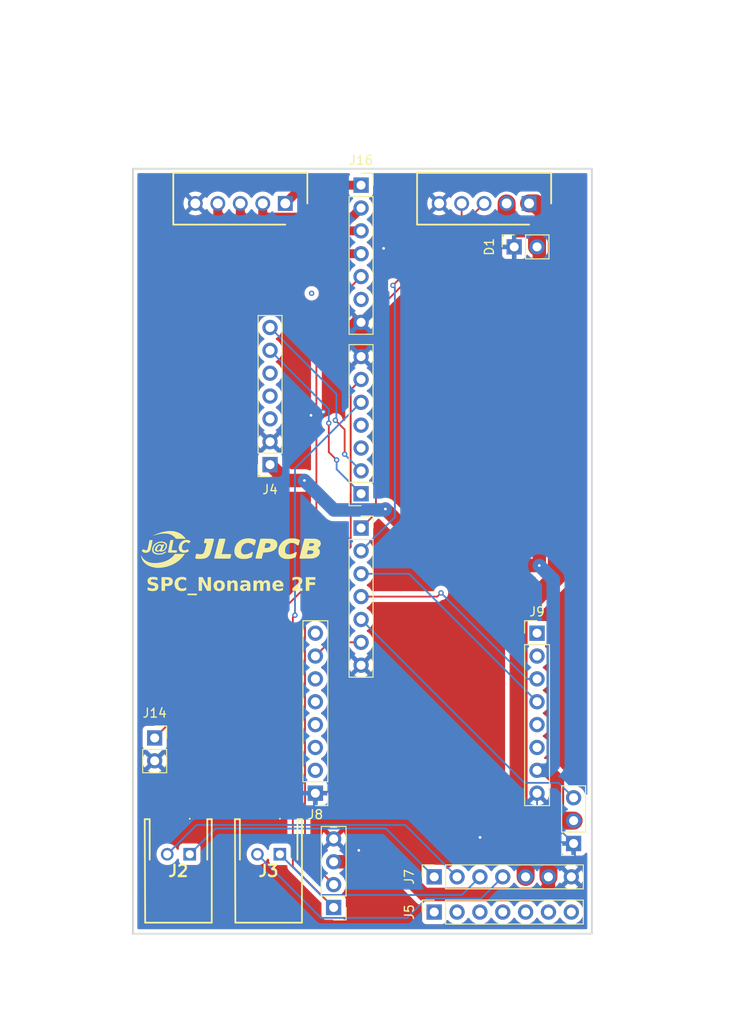
<source format=kicad_pcb>
(kicad_pcb (version 20241229) (generator "pcbnew") (generator_version "9.0")
  (layers (0 "F.Cu" signal) (2 "B.Cu" signal) (13 "F.Paste" user) (15 "B.Paste" user) (5 "F.SilkS" user "F.Silkscreen") (7 "B.SilkS" user "B.Silkscreen") (1 "F.Mask" user) (3 "B.Mask" user) (25 "Edge.Cuts" user))
  (net 0 "")
  (net 1 "5V")
  (net 2 "GND")
  (net 3 "LED4")
  (net 4 "LED3")
  (net 5 "LED2")
  (net 6 "LED1")
  (net 7 "1_AOUT2")
  (net 8 "1_AOUT1")
  (net 9 "1_BOUT2")
  (net 10 "1_BOUT1")
  (net 11 "SCL4")
  (net 14 "SDA4")
  (net 16 "2_GP17")
  (net 17 "2_GP7")
  (net 18 "2_GP14")
  (net 19 "2_GP18")
  (net 20 "2_GP15")
  (net 21 "2_GP19")
  (net 22 "2_GP16")
  (net 23 "PWM")
  (net 24 "7.4V")
  (net 29 "RST")
  (net 35 "RX1")
  (net 36 "TX1")
  (net 39 "RX3")
  (net 41 "TX3")
  (net 42 "SCL3")
  (net 43 "SDA3")
  (net 44 "GP21")
  (net 45 "1_GP10")
  (footprint "Connector_PinSocket_2.54mm:PinSocket_1x07_P2.54mm_Vertical" (layer "F.Cu") (at 203.454 138.176 90)
    (property "Reference" "J5" (at 0 -2.77 90) (layer "F.SilkS"))
    (property "Value" "Conn_01x07_Pin" (hide yes))
    (pad "1" thru_hole rect (at 0 0 90) (size 1.7 1.7) (drill 1) (layers "*.Cu" "*.Mask") (net 17 "2_GP7"))
    (pad "2" thru_hole circle (at 0 2.54 90) (size 1.7 1.7) (drill 1) (layers "*.Cu" "*.Mask") (net 18 "2_GP14"))
    (pad "3" thru_hole circle (at 0 5.08 90) (size 1.7 1.7) (drill 1) (layers "*.Cu" "*.Mask") (net 20 "2_GP15"))
    (pad "4" thru_hole circle (at 0 7.62 90) (size 1.7 1.7) (drill 1) (layers "*.Cu" "*.Mask") (net 22 "2_GP16"))
    (pad "5" thru_hole circle (at 0 10.16 90) (size 1.7 1.7) (drill 1) (layers "*.Cu" "*.Mask") (net 16 "2_GP17"))
    (pad "6" thru_hole circle (at 0 12.7 90) (size 1.7 1.7) (drill 1) (layers "*.Cu" "*.Mask") (net 19 "2_GP18"))
    (pad "7" thru_hole circle (at 0 15.24 90) (size 1.7 1.7) (drill 1) (layers "*.Cu" "*.Mask") (net 21 "2_GP19"))
  )
  (footprint "KiCad_XH:SHDR5W64P0X250_1X5_1490X575X700P" (layer "F.Cu") (at 214.002 59.436)
    (property "Reference" "J1" (hide yes))
    (property "Value" "Conn_01x05_Pin" (hide yes))
    (pad "1" thru_hole rect (at 0 0) (size 1.65 1.65) (drill 1.1) (layers "*.Cu" "*.Mask") (net 24 "7.4V"))
    (pad "2" thru_hole circle (at -2.5 0) (size 1.65 1.65) (drill 1.1) (layers "*.Cu" "*.Mask") (net 1 "5V"))
    (pad "3" thru_hole circle (at -5 0) (size 1.65 1.65) (drill 1.1) (layers "*.Cu" "*.Mask") (net 42 "SCL3"))
    (pad "4" thru_hole circle (at -7.5 0) (size 1.65 1.65) (drill 1.1) (layers "*.Cu" "*.Mask") (net 43 "SDA3"))
    (pad "5" thru_hole circle (at -10 0) (size 1.65 1.65) (drill 1.1) (layers "*.Cu" "*.Mask") (net 2 "GND"))
  )
  (footprint "Connector_PinSocket_2.54mm:PinSocket_1x02_P2.54mm_Vertical" (layer "F.Cu") (at 172.385 118.83)
    (property "Reference" "J14" (at 0 -2.77 0) (layer "F.SilkS"))
    (property "Value" "Conn_01x02_Pin")
    (pad "1" thru_hole rect (at 0 0) (size 1.7 1.7) (drill 1) (layers "*.Cu" "*.Mask") (net 44 "GP21"))
    (pad "2" thru_hole circle (at 0 2.54) (size 1.7 1.7) (drill 1) (layers "*.Cu" "*.Mask") (net 2 "GND"))
  )
  (footprint "Connector_PinSocket_2.54mm:PinSocket_1x07_P2.54mm_Vertical" (layer "F.Cu") (at 195.326 91.694 180)
    (property "Reference" "J10" (hide yes))
    (property "Value" "Conn_01x07_Pin")
    (pad "1" thru_hole rect (at 0 0 180) (size 1.7 1.7) (drill 1) (layers "*.Cu" "*.Mask") (net 11 "SCL4"))
    (pad "2" thru_hole circle (at 0 2.54 180) (size 1.7 1.7) (drill 1) (layers "*.Cu" "*.Mask") (net 14 "SDA4"))
    (pad "3" thru_hole circle (at 0 5.08 180) (size 1.7 1.7) (drill 1) (layers "*.Cu" "*.Mask"))
    (pad "4" thru_hole circle (at 0 7.62 180) (size 1.7 1.7) (drill 1) (layers "*.Cu" "*.Mask"))
    (pad "5" thru_hole circle (at 0 10.16 180) (size 1.7 1.7) (drill 1) (layers "*.Cu" "*.Mask") (net 41 "TX3"))
    (pad "6" thru_hole circle (at 0 12.7 180) (size 1.7 1.7) (drill 1) (layers "*.Cu" "*.Mask") (net 39 "RX3"))
    (pad "7" thru_hole circle (at 0 15.24 180) (size 1.7 1.7) (drill 1) (layers "*.Cu" "*.Mask") (net 2 "GND"))
  )
  (footprint "Connector_PinHeader_2.54mm:PinHeader_1x08_P2.54mm_Vertical" (layer "F.Cu") (at 214.884 107.188)
    (property "Reference" "J9" (at 0 -2.38 0) (layer "F.SilkS"))
    (property "Value" "Conn_01x08_Pin")
    (pad "1" thru_hole rect (at 0 0) (size 1.7 1.7) (drill 1) (layers "*.Cu" "*.Mask"))
    (pad "2" thru_hole circle (at 0 2.54) (size 1.7 1.7) (drill 1) (layers "*.Cu" "*.Mask"))
    (pad "3" thru_hole circle (at 0 5.08) (size 1.7 1.7) (drill 1) (layers "*.Cu" "*.Mask") (net 35 "RX1"))
    (pad "4" thru_hole circle (at 0 7.62) (size 1.7 1.7) (drill 1) (layers "*.Cu" "*.Mask") (net 36 "TX1"))
    (pad "5" thru_hole circle (at 0 10.16) (size 1.7 1.7) (drill 1) (layers "*.Cu" "*.Mask"))
    (pad "6" thru_hole circle (at 0 12.7) (size 1.7 1.7) (drill 1) (layers "*.Cu" "*.Mask"))
    (pad "7" thru_hole circle (at 0 15.24) (size 1.7 1.7) (drill 1) (layers "*.Cu" "*.Mask") (net 1 "5V"))
    (pad "8" thru_hole circle (at 0 17.78) (size 1.7 1.7) (drill 1) (layers "*.Cu" "*.Mask") (net 2 "GND"))
  )
  (footprint "Connector_PinSocket_2.54mm:PinSocket_1x02_P2.54mm_Vertical" (layer "F.Cu") (at 212.344 64.262 90)
    (property "Reference" "D1" (at 0 -2.77 90) (layer "F.SilkS"))
    (property "Value" "LED")
    (pad "1" thru_hole rect (at 0 0 90) (size 1.7 1.7) (drill 1) (layers "*.Cu" "*.Mask") (net 2 "GND"))
    (pad "2" thru_hole circle (at 0 2.54 90) (size 1.7 1.7) (drill 1) (layers "*.Cu" "*.Mask") (net 1 "5V"))
  )
  (footprint "Connector_PinSocket_2.54mm:PinSocket_1x07_P2.54mm_Vertical" (layer "F.Cu") (at 203.454 134.266 90)
    (property "Reference" "J7" (at 0 -2.77 90) (layer "F.SilkS"))
    (property "Value" "Conn_01x07_Pin")
    (pad "1" thru_hole rect (at 0 0 90) (size 1.7 1.7) (drill 1) (layers "*.Cu" "*.Mask") (net 8 "1_AOUT1"))
    (pad "2" thru_hole circle (at 0 2.54 90) (size 1.7 1.7) (drill 1) (layers "*.Cu" "*.Mask") (net 7 "1_AOUT2"))
    (pad "3" thru_hole circle (at 0 5.08 90) (size 1.7 1.7) (drill 1) (layers "*.Cu" "*.Mask") (net 10 "1_BOUT1"))
    (pad "4" thru_hole circle (at 0 7.62 90) (size 1.7 1.7) (drill 1) (layers "*.Cu" "*.Mask") (net 9 "1_BOUT2"))
    (pad "5" thru_hole circle (at 0 10.16 90) (size 1.7 1.7) (drill 1) (layers "*.Cu" "*.Mask") (net 24 "7.4V"))
    (pad "6" thru_hole circle (at 0 12.7 90) (size 1.7 1.7) (drill 1) (layers "*.Cu" "*.Mask") (net 1 "5V"))
    (pad "7" thru_hole circle (at 0 15.24 90) (size 1.7 1.7) (drill 1) (layers "*.Cu" "*.Mask") (net 2 "GND"))
  )
  (footprint "KiCad_XH:SHDR5W64P0X250_1X5_1490X575X700P" (layer "F.Cu") (at 186.904 59.436)
    (property "Reference" "J12" (hide yes))
    (property "Value" "Conn_01x05_Pin" (hide yes))
    (pad "1" thru_hole rect (at 0 0) (size 1.65 1.65) (drill 1.1) (layers "*.Cu" "*.Mask") (net 6 "LED1"))
    (pad "2" thru_hole circle (at -2.5 0) (size 1.65 1.65) (drill 1.1) (layers "*.Cu" "*.Mask") (net 5 "LED2"))
    (pad "3" thru_hole circle (at -5 0) (size 1.65 1.65) (drill 1.1) (layers "*.Cu" "*.Mask") (net 4 "LED3"))
    (pad "4" thru_hole circle (at -7.5 0) (size 1.65 1.65) (drill 1.1) (layers "*.Cu" "*.Mask") (net 3 "LED4"))
    (pad "5" thru_hole circle (at -10 0) (size 1.65 1.65) (drill 1.1) (layers "*.Cu" "*.Mask") (net 2 "GND"))
  )
  (footprint "LIB_S2B-XH-A:S2BXHA" (layer "F.Cu") (at 186.305 131.754 180)
    (property "Reference" "J3" (at 1.275 -1.85 0) (layer "F.SilkS") (effects (font (size 1.27 1.27) (thickness 0.254))))
    (property "Value" "Conn_01x02_Pin" (hide yes))
    (pad "1" thru_hole rect (at 0 0 180) (size 1.4 1.4) (drill 0.9) (layers "*.Cu" "*.Mask") (net 10 "1_BOUT1"))
    (pad "2" thru_hole circle (at 2.5 0 180) (size 1.4 1.4) (drill 0.9) (layers "*.Cu" "*.Mask") (net 9 "1_BOUT2"))
  )
  (footprint "Connector_PinHeader_2.54mm:PinHeader_1x08_P2.54mm_Vertical" (layer "F.Cu") (at 190.246 124.968 180)
    (property "Reference" "J8" (at 0 -2.38 0) (layer "F.SilkS"))
    (property "Value" "Conn_01x08_Pin")
    (pad "1" thru_hole rect (at 0 0 180) (size 1.7 1.7) (drill 1) (layers "*.Cu" "*.Mask") (net 2 "GND"))
    (pad "2" thru_hole circle (at 0 2.54 180) (size 1.7 1.7) (drill 1) (layers "*.Cu" "*.Mask"))
    (pad "3" thru_hole circle (at 0 5.08 180) (size 1.7 1.7) (drill 1) (layers "*.Cu" "*.Mask"))
    (pad "4" thru_hole circle (at 0 7.62 180) (size 1.7 1.7) (drill 1) (layers "*.Cu" "*.Mask"))
    (pad "5" thru_hole circle (at 0 10.16 180) (size 1.7 1.7) (drill 1) (layers "*.Cu" "*.Mask"))
    (pad "6" thru_hole circle (at 0 12.7 180) (size 1.7 1.7) (drill 1) (layers "*.Cu" "*.Mask"))
    (pad "7" thru_hole circle (at 0 15.24 180) (size 1.7 1.7) (drill 1) (layers "*.Cu" "*.Mask") (net 29 "RST"))
    (pad "8" thru_hole circle (at 0 17.78 180) (size 1.7 1.7) (drill 1) (layers "*.Cu" "*.Mask"))
  )
  (footprint "Connector_PinHeader_2.54mm:PinHeader_1x04_P2.54mm_Vertical" (layer "F.Cu") (at 192.278 137.668 180)
    (property "Reference" "J13" (hide yes))
    (property "Value" "Conn_01x04_Pin")
    (pad "1" thru_hole rect (at 0 0 180) (size 1.7 1.7) (drill 1) (layers "*.Cu" "*.Mask") (net 41 "TX3"))
    (pad "2" thru_hole circle (at 0 2.54 180) (size 1.7 1.7) (drill 1) (layers "*.Cu" "*.Mask") (net 39 "RX3"))
    (pad "3" thru_hole circle (at 0 5.08 180) (size 1.7 1.7) (drill 1) (layers "*.Cu" "*.Mask") (net 1 "5V"))
    (pad "4" thru_hole circle (at 0 7.62 180) (size 1.7 1.7) (drill 1) (layers "*.Cu" "*.Mask") (net 2 "GND"))
  )
  (footprint "Connector_PinSocket_2.54mm:PinSocket_1x07_P2.54mm_Vertical" (layer "F.Cu") (at 195.326 95.504)
    (property "Reference" "J11" (hide yes))
    (property "Value" "Conn_01x07_Pin")
    (pad "1" thru_hole rect (at 0 0) (size 1.7 1.7) (drill 1) (layers "*.Cu" "*.Mask") (net 42 "SCL3"))
    (pad "2" thru_hole circle (at 0 2.54) (size 1.7 1.7) (drill 1) (layers "*.Cu" "*.Mask") (net 43 "SDA3"))
    (pad "3" thru_hole circle (at 0 5.08) (size 1.7 1.7) (drill 1) (layers "*.Cu" "*.Mask") (net 36 "TX1"))
    (pad "4" thru_hole circle (at 0 7.62) (size 1.7 1.7) (drill 1) (layers "*.Cu" "*.Mask") (net 35 "RX1"))
    (pad "5" thru_hole circle (at 0 10.16) (size 1.7 1.7) (drill 1) (layers "*.Cu" "*.Mask") (net 23 "PWM"))
    (pad "6" thru_hole circle (at 0 12.7) (size 1.7 1.7) (drill 1) (layers "*.Cu" "*.Mask") (net 29 "RST"))
    (pad "7" thru_hole circle (at 0 15.24) (size 1.7 1.7) (drill 1) (layers "*.Cu" "*.Mask") (net 2 "GND"))
  )
  (footprint "Connector_PinSocket_2.54mm:PinSocket_1x07_P2.54mm_Vertical" (layer "F.Cu") (at 185.21 88.46 180)
    (property "Reference" "J4" (at 0 -2.77 0) (layer "F.SilkS"))
    (property "Value" "Conn_01x07_Pin")
    (pad "1" thru_hole rect (at 0 0 180) (size 1.7 1.7) (drill 1) (layers "*.Cu" "*.Mask") (net 1 "5V"))
    (pad "2" thru_hole circle (at 0 2.54 180) (size 1.7 1.7) (drill 1) (layers "*.Cu" "*.Mask") (net 2 "GND"))
    (pad "3" thru_hole circle (at 0 5.08 180) (size 1.7 1.7) (drill 1) (layers "*.Cu" "*.Mask"))
    (pad "4" thru_hole circle (at 0 7.62 180) (size 1.7 1.7) (drill 1) (layers "*.Cu" "*.Mask"))
    (pad "5" thru_hole circle (at 0 10.16 180) (size 1.7 1.7) (drill 1) (layers "*.Cu" "*.Mask"))
    (pad "6" thru_hole circle (at 0 12.7 180) (size 1.7 1.7) (drill 1) (layers "*.Cu" "*.Mask") (net 11 "SCL4"))
    (pad "7" thru_hole circle (at 0 15.24 180) (size 1.7 1.7) (drill 1) (layers "*.Cu" "*.Mask") (net 14 "SDA4"))
  )
  (footprint "Connector_PinSocket_2.54mm:PinSocket_1x03_P2.54mm_Vertical" (layer "F.Cu") (at 218.948 130.556 180)
    (property "Reference" "J6" (hide yes))
    (property "Value" "Conn_01x03_Pin")
    (pad "1" thru_hole rect (at 0 0 180) (size 1.7 1.7) (drill 1) (layers "*.Cu" "*.Mask") (net 2 "GND"))
    (pad "2" thru_hole circle (at 0 2.54 180) (size 1.7 1.7) (drill 1) (layers "*.Cu" "*.Mask") (net 1 "5V"))
    (pad "3" thru_hole circle (at 0 5.08 180) (size 1.7 1.7) (drill 1) (layers "*.Cu" "*.Mask") (net 23 "PWM"))
  )
  (footprint "Connector_PinSocket_2.54mm:PinSocket_1x07_P2.54mm_Vertical" (layer "F.Cu") (at 195.326 57.404)
    (property "Reference" "J16" (at 0 -2.77 0) (layer "F.SilkS"))
    (property "Value" "Conn_01x07_Pin")
    (pad "1" thru_hole rect (at 0 0) (size 1.7 1.7) (drill 1) (layers "*.Cu" "*.Mask") (net 6 "LED1"))
    (pad "2" thru_hole circle (at 0 2.54) (size 1.7 1.7) (drill 1) (layers "*.Cu" "*.Mask") (net 5 "LED2"))
    (pad "3" thru_hole circle (at 0 5.08) (size 1.7 1.7) (drill 1) (layers "*.Cu" "*.Mask") (net 4 "LED3"))
    (pad "4" thru_hole circle (at 0 7.62) (size 1.7 1.7) (drill 1) (layers "*.Cu" "*.Mask") (net 3 "LED4"))
    (pad "5" thru_hole circle (at 0 10.16) (size 1.7 1.7) (drill 1) (layers "*.Cu" "*.Mask") (net 44 "GP21"))
    (pad "6" thru_hole circle (at 0 12.7) (size 1.7 1.7) (drill 1) (layers "*.Cu" "*.Mask") (net 45 "1_GP10"))
    (pad "7" thru_hole circle (at 0 15.24) (size 1.7 1.7) (drill 1) (layers "*.Cu" "*.Mask") (net 2 "GND"))
  )
  (footprint "LIB_S2B-XH-A:S2BXHA" (layer "F.Cu") (at 176.281 131.754 180)
    (property "Reference" "J2" (at 1.275 -1.85 0) (layer "F.SilkS") (effects (font (size 1.27 1.27) (thickness 0.254))))
    (property "Value" "Conn_01x02_Pin" (hide yes))
    (pad "1" thru_hole rect (at 0 0 180) (size 1.4 1.4) (drill 0.9) (layers "*.Cu" "*.Mask") (net 8 "1_AOUT1"))
    (pad "2" thru_hole circle (at 2.5 0 180) (size 1.4 1.4) (drill 0.9) (layers "*.Cu" "*.Mask") (net 7 "1_AOUT2"))
  )
  (footprint "LOGO" (layer "F.Cu") (at 180.85 97.87)
    (property "Reference" "G***" (hide yes))
    (property "Value" "LOGO" (hide yes))
  )
  (gr_line (start 169.963541 55.576612) (end 169.963541 140.576612) (stroke (width 0.2)) (layer "Edge.Cuts"))
  (gr_line (start 220.973541 55.576612) (end 169.963541 55.576612) (stroke (width 0.2)) (layer "Edge.Cuts"))
  (gr_line (start 220.973541 140.576612) (end 220.973541 55.576612) (stroke (width 0.2)) (layer "Edge.Cuts"))
  (gr_line (start 169.963541 140.576612) (end 220.973541 140.576612) (stroke (width 0.2)) (layer "Edge.Cuts"))
  (gr_text "SPC_Noname 2F" (at 171.44 102.74 0) (layer "F.SilkS") (effects (font (size 1.5 1.5) (thickness 0.3) (bold yes)) (justify left bottom)))
  (via (at 189.83 69.42) (size 0.6) (drill 0.3) (layers "F.Cu" "B.Cu") (net 0))
  (segment (start 217.147 127.417081) (end 217.745919 128.016) (width 1.5) (layer "F.Cu") (net 1))
  (segment (start 215.405081 136.217) (end 216.154 135.468081) (width 1.5) (layer "F.Cu") (net 1))
  (segment (start 211.502 60.988) (end 212.725 62.211) (width 2) (layer "F.Cu") (net 1))
  (segment (start 217.386 128.016) (end 216.154 129.248) (width 2) (layer "F.Cu") (net 1))
  (segment (start 186.971 90.221) (end 185.21 88.46) (width 1.5) (layer "F.Cu") (net 1))
  (segment (start 192.278 132.588) (end 198.708 132.588) (width 1.5) (layer "F.Cu") (net 1))
  (segment (start 214.884 62.7) (end 214.884 64.262) (width 2) (layer "F.Cu") (net 1))
  (segment (start 218.948 128.016) (end 217.386 128.016) (width 2) (layer "F.Cu") (net 1))
  (segment (start 214.884 64.262) (end 215.134 64.512) (width 1.5) (layer "F.Cu") (net 1))
  (segment (start 215.134 64.512) (end 215.134 99.67) (width 1.5) (layer "F.Cu") (net 1))
  (segment (start 215.134 99.67) (end 204.31 99.67) (width 1.5) (layer "F.Cu") (net 1))
  (segment (start 212.725 62.211) (end 214.395 62.211) (width 2) (layer "F.Cu") (net 1))
  (segment (start 189.031 90.221) (end 186.971 90.221) (width 1.5) (layer "F.Cu") (net 1))
  (segment (start 214.884 122.428) (end 216.086081 122.428) (width 1.5) (layer "F.Cu") (net 1))
  (segment (start 202.337 136.217) (end 215.405081 136.217) (width 1.5) (layer "F.Cu") (net 1))
  (segment (start 211.502 59.436) (end 211.502 60.988) (width 2) (layer "F.Cu") (net 1))
  (segment (start 216.154 129.248) (end 216.154 134.266) (width 2) (layer "F.Cu") (net 1))
  (segment (start 217.745919 128.016) (end 218.948 128.016) (width 1.5) (layer "F.Cu") (net 1))
  (segment (start 216.086081 122.428) (end 217.147 123.488919) (width 1.5) (layer "F.Cu") (net 1))
  (segment (start 204.31 99.67) (end 198.03 93.39) (width 1.5) (layer "F.Cu") (net 1))
  (segment (start 217.147 123.488919) (end 217.147 127.417081) (width 1.5) (layer "F.Cu") (net 1))
  (segment (start 198.708 132.588) (end 202.337 136.217) (width 1.5) (layer "F.Cu") (net 1))
  (segment (start 214.395 62.211) (end 214.884 62.7) (width 2) (layer "F.Cu") (net 1))
  (segment (start 216.154 135.468081) (end 216.154 134.266) (width 1.5) (layer "F.Cu") (net 1))
  (via (at 189.031 90.221) (size 0.6) (drill 0.3) (layers "F.Cu" "B.Cu") (net 1))
  (via (at 215.134 99.67) (size 0.6) (drill 0.3) (layers "F.Cu" "B.Cu") (net 1))
  (via (at 198.03 93.39) (size 0.6) (drill 0.3) (layers "F.Cu" "B.Cu") (net 1))
  (segment (start 216.685 121.829081) (end 216.086081 122.428) (width 1.5) (layer "B.Cu") (net 1))
  (segment (start 197.925 93.495) (end 192.305 93.495) (width 1.5) (layer "B.Cu") (net 1))
  (segment (start 192.305 93.495) (end 189.031 90.221) (width 1.5) (layer "B.Cu") (net 1))
  (segment (start 216.685 101.221) (end 216.685 121.829081) (width 1.5) (layer "B.Cu") (net 1))
  (segment (start 216.086081 122.428) (end 214.884 122.428) (width 1.5) (layer "B.Cu") (net 1))
  (segment (start 215.134 99.67) (end 216.685 101.221) (width 1.5) (layer "B.Cu") (net 1))
  (segment (start 198.03 93.39) (end 197.925 93.495) (width 1.5) (layer "B.Cu") (net 1))
  (segment (start 212.344 64.262) (end 212.344 65.976) (width 0.2) (layer "F.Cu") (net 2))
  (segment (start 212.344 65.976) (end 210.76 67.56) (width 0.2) (layer "F.Cu") (net 2))
  (segment (start 194.906 72.644) (end 192.83 74.72) (width 1.5) (layer "F.Cu") (net 2))
  (segment (start 195.326 72.644) (end 194.906 72.644) (width 1.5) (layer "F.Cu") (net 2))
  (segment (start 188.15 82.98) (end 189.76 82.98) (width 0.2) (layer "F.Cu") (net 2))
  (segment (start 195.326 72.644) (end 195.326 76.454) (width 1.5) (layer "F.Cu") (net 2))
  (segment (start 185.21 85.92) (end 188.15 82.98) (width 0.2) (layer "F.Cu") (net 2))
  (via (at 191.137367 82.594182) (size 0.6) (drill 0.3) (layers "F.Cu" "B.Cu") (net 2))
  (via (at 195.072 131.318) (size 0.6) (drill 0.3) (layers "F.Cu" "B.Cu") (net 2))
  (via (at 189.76 82.98) (size 0.6) (drill 0.3) (layers "F.Cu" "B.Cu") (net 2))
  (via (at 208.55 129.88) (size 0.6) (drill 0.3) (layers "F.Cu" "B.Cu") (net 2))
  (via (at 197.83 64.43) (size 0.6) (drill 0.3) (layers "F.Cu" "B.Cu") (net 2))
  (segment (start 192.278 130.048) (end 193.548 131.318) (width 0.2) (layer "B.Cu") (net 2))
  (segment (start 190.751549 82.98) (end 191.137367 82.594182) (width 0.2) (layer "B.Cu") (net 2))
  (segment (start 195.326 72.644) (end 197.83 70.14) (width 1) (layer "B.Cu") (net 2))
  (segment (start 209.226 130.556) (end 208.55 129.88) (width 0.2) (layer "B.Cu") (net 2))
  (segment (start 204.002 59.436) (end 208.828 64.262) (width 0.2) (layer "B.Cu") (net 2))
  (segment (start 189.76 82.98) (end 190.751549 82.98) (width 0.2) (layer "B.Cu") (net 2))
  (segment (start 218.948 130.556) (end 209.226 130.556) (width 0.2) (layer "B.Cu") (net 2))
  (segment (start 193.548 131.318) (end 195.072 131.318) (width 0.2) (layer "B.Cu") (net 2))
  (segment (start 197.83 70.14) (end 197.83 64.43) (width 1) (layer "B.Cu") (net 2))
  (segment (start 218.948 130.556) (end 214.884 126.492) (width 0.2) (layer "B.Cu") (net 2))
  (segment (start 214.884 126.492) (end 214.884 124.968) (width 0.2) (layer "B.Cu") (net 2))
  (segment (start 208.828 64.262) (end 212.344 64.262) (width 0.2) (layer "B.Cu") (net 2))
  (segment (start 195.326 65.024) (end 183.825274 65.024) (width 1) (layer "F.Cu") (net 3))
  (segment (start 179.404 60.602726) (end 179.404 59.436) (width 1) (layer "F.Cu") (net 3))
  (segment (start 183.825274 65.024) (end 179.404 60.602726) (width 1) (layer "F.Cu") (net 3))
  (segment (start 195.326 62.484) (end 183.785274 62.484) (width 1) (layer "F.Cu") (net 4))
  (segment (start 183.785274 62.484) (end 181.904 60.602726) (width 1) (layer "F.Cu") (net 4))
  (segment (start 181.904 60.602726) (end 181.904 59.436) (width 1) (layer "F.Cu") (net 4))
  (segment (start 184.763274 60.962) (end 184.404 60.602726) (width 1) (layer "F.Cu") (net 5))
  (segment (start 195.326 59.944) (end 194.308 60.962) (width 1) (layer "F.Cu") (net 5))
  (segment (start 184.404 60.602726) (end 184.404 59.436) (width 1) (layer "F.Cu") (net 5))
  (segment (start 194.308 60.962) (end 184.763274 60.962) (width 1) (layer "F.Cu") (net 5))
  (segment (start 188.936 57.404) (end 186.904 59.436) (width 1) (layer "F.Cu") (net 6))
  (segment (start 195.326 57.404) (end 188.936 57.404) (width 1) (layer "F.Cu") (net 6))
  (segment (start 200.224 128.496) (end 205.994 134.266) (width 0.2) (layer "B.Cu") (net 7))
  (segment (start 173.781 131.754) (end 177.039 128.496) (width 0.2) (layer "B.Cu") (net 7))
  (segment (start 177.039 128.496) (end 200.224 128.496) (width 0.2) (layer "B.Cu") (net 7))
  (segment (start 198.085 128.897) (end 203.454 134.266) (width 0.2) (layer "B.Cu") (net 8))
  (segment (start 176.281 131.754) (end 179.138 128.897) (width 0.2) (layer "B.Cu") (net 8))
  (segment (start 179.138 128.897) (end 198.085 128.897) (width 0.2) (layer "B.Cu") (net 8))
  (segment (start 202.59 136.68) (end 208.66 136.68) (width 0.2) (layer "B.Cu") (net 9))
  (segment (start 190.87 138.819) (end 200.451 138.819) (width 0.2) (layer "B.Cu") (net 9))
  (segment (start 208.66 136.68) (end 211.074 134.266) (width 0.2) (layer "B.Cu") (net 9))
  (segment (start 200.451 138.819) (end 202.59 136.68) (width 0.2) (layer "B.Cu") (net 9))
  (segment (start 183.805 131.754) (end 190.87 138.819) (width 0.2) (layer "B.Cu") (net 9))
  (segment (start 186.305 131.754) (end 190.83 136.279) (width 0.2) (layer "B.Cu") (net 10))
  (segment (start 190.83 136.279) (end 206.521 136.279) (width 0.2) (layer "B.Cu") (net 10))
  (segment (start 206.521 136.279) (end 208.534 134.266) (width 0.2) (layer "B.Cu") (net 10))
  (segment (start 191.737367 87.067367) (end 192.61 87.94) (width 0.2) (layer "F.Cu") (net 11))
  (segment (start 191.737367 83.85133) (end 191.737367 87.067367) (width 0.2) (layer "F.Cu") (net 11))
  (via (at 191.737367 83.85133) (size 0.6) (drill 0.3) (layers "F.Cu" "B.Cu") (net 11))
  (via (at 192.61 87.94) (size 0.6) (drill 0.3) (layers "F.Cu" "B.Cu") (net 11))
  (segment (start 191.737367 82.287367) (end 191.737367 83.85133) (width 0.2) (layer "B.Cu") (net 11))
  (segment (start 192.61 88.978) (end 195.326 91.694) (width 0.2) (layer "B.Cu") (net 11))
  (segment (start 192.61 87.94) (end 192.61 88.978) (width 0.2) (layer "B.Cu") (net 11))
  (segment (start 185.21 75.76) (end 191.737367 82.287367) (width 0.2) (layer "B.Cu") (net 11))
  (segment (start 192.47 83.53) (end 193.5 84.56) (width 0.2) (layer "F.Cu") (net 14))
  (segment (start 193.5 84.56) (end 193.5 87.3) (width 0.2) (layer "F.Cu") (net 14))
  (via (at 193.5 87.3) (size 0.6) (drill 0.3) (layers "F.Cu" "B.Cu") (net 14))
  (via (at 192.47 83.53) (size 0.6) (drill 0.3) (layers "F.Cu" "B.Cu") (net 14))
  (segment (start 193.5 87.328) (end 195.326 89.154) (width 0.2) (layer "B.Cu") (net 14))
  (segment (start 192.58145 80.59145) (end 192.58145 83.41855) (width 0.2) (layer "B.Cu") (net 14))
  (segment (start 192.58145 83.41855) (end 192.47 83.53) (width 0.2) (layer "B.Cu") (net 14))
  (segment (start 193.5 87.3) (end 193.5 87.328) (width 0.2) (layer "B.Cu") (net 14))
  (segment (start 185.21 73.22) (end 192.58145 80.59145) (width 0.2) (layer "B.Cu") (net 14))
  (segment (start 213.479 123.817) (end 195.326 105.664) (width 0.2) (layer "B.Cu") (net 23))
  (segment (start 218.948 125.476) (end 217.289 123.817) (width 0.2) (layer "B.Cu") (net 23))
  (segment (start 217.289 123.817) (end 213.479 123.817) (width 0.2) (layer "B.Cu") (net 23))
  (segment (start 214.732684 59.436) (end 217.085 61.788316) (width 2) (layer "F.Cu") (net 24))
  (segment (start 213.614 133.063919) (end 213.614 134.266) (width 2) (layer "F.Cu") (net 24))
  (segment (start 212.833 105.137) (end 212.833 132.282919) (width 2) (layer "F.Cu") (net 24))
  (segment (start 217.085 100.885) (end 212.833 105.137) (width 2) (layer "F.Cu") (net 24))
  (segment (start 212.833 132.282919) (end 213.614 133.063919) (width 2) (layer "F.Cu") (net 24))
  (segment (start 214.002 59.436) (end 214.732684 59.436) (width 2) (layer "F.Cu") (net 24))
  (segment (start 217.085 61.788316) (end 217.085 100.885) (width 2) (layer "F.Cu") (net 24))
  (segment (start 191.77 108.204) (end 195.326 108.204) (width 0.2) (layer "F.Cu") (net 29))
  (segment (start 190.246 109.728) (end 191.77 108.204) (width 0.2) (layer "F.Cu") (net 29))
  (segment (start 203.796 103.124) (end 195.326 103.124) (width 0.2) (layer "F.Cu") (net 35))
  (segment (start 204.21 102.71) (end 203.796 103.124) (width 0.2) (layer "F.Cu") (net 35))
  (via (at 204.21 102.71) (size 0.6) (drill 0.3) (layers "F.Cu" "B.Cu") (net 35))
  (segment (start 213.768 112.268) (end 204.21 102.71) (width 0.2) (layer "B.Cu") (net 35))
  (segment (start 214.884 112.268) (end 213.768 112.268) (width 0.2) (layer "B.Cu") (net 35))
  (segment (start 200.66 100.584) (end 195.326 100.584) (width 0.2) (layer "B.Cu") (net 36))
  (segment (start 214.884 114.808) (end 200.66 100.584) (width 0.2) (layer "B.Cu") (net 36))
  (segment (start 194.175 80.145) (end 195.326 78.994) (width 0.2) (layer "F.Cu") (net 39))
  (segment (start 189.095 102.6871) (end 194.175 97.6071) (width 0.2) (layer "F.Cu") (net 39))
  (segment (start 192.278 135.128) (end 189.095 131.945) (width 0.2) (layer "F.Cu") (net 39))
  (segment (start 189.095 131.945) (end 189.095 102.6871) (width 0.2) (layer "F.Cu") (net 39))
  (segment (start 194.175 97.6071) (end 194.175 80.145) (width 0.2) (layer "F.Cu") (net 39))
  (segment (start 192.278 137.668) (end 187.74 133.13) (width 0.2) (layer "F.Cu") (net 41))
  (segment (start 187.74 105.43) (end 187.98 105.19) (width 0.2) (layer "F.Cu") (net 41))
  (segment (start 187.74 133.13) (end 187.74 105.43) (width 0.2) (layer "F.Cu") (net 41))
  (via (at 187.98 105.19) (size 0.6) (drill 0.3) (layers "F.Cu" "B.Cu") (net 41))
  (segment (start 187.98 105.19) (end 187.98 88.88) (width 0.2) (layer "B.Cu") (net 41))
  (segment (start 187.98 88.88) (end 195.326 81.534) (width 0.2) (layer "B.Cu") (net 41))
  (segment (start 196.979001 93.850999) (end 195.326 95.504) (width 0.2) (layer "F.Cu") (net 42))
  (segment (start 209.002 59.436) (end 196.979001 71.458999) (width 0.2) (layer "F.Cu") (net 42))
  (segment (start 196.979001 71.458999) (end 196.979001 93.850999) (width 0.2) (layer "F.Cu") (net 42))
  (segment (start 206.502 59.436) (end 206.502 60.908) (width 0.2) (layer "F.Cu") (net 43))
  (segment (start 206.502 60.908) (end 198.87 68.54) (width 0.2) (layer "F.Cu") (net 43))
  (via (at 198.87 68.54) (size 0.6) (drill 0.3) (layers "F.Cu" "B.Cu") (net 43))
  (segment (start 198.87 68.54) (end 199.080999 68.750999) (width 0.2) (layer "B.Cu") (net 43))
  (segment (start 199.080999 68.750999) (end 199.080999 94.289001) (width 0.2) (layer "B.Cu") (net 43))
  (segment (start 199.080999 94.289001) (end 195.326 98.044) (width 0.2) (layer "B.Cu") (net 43))
  (segment (start 172.385 118.83) (end 190.36 100.855) (width 0.2) (layer "F.Cu") (net 44))
  (segment (start 190.36 100.855) (end 190.36 72.53) (width 0.2) (layer "F.Cu") (net 44))
  (segment (start 190.36 72.53) (end 195.326 67.564) (width 0.2) (layer "F.Cu") (net 44))
  (zone (net 2) (net_name "GND") (layer "F.Cu") (connect_pads (clearance 0.5)) (min_thickness 0.25) (fill yes (thermal_gap 0.5) (thermal_bridge_width 0.5))
    (polygon (pts (xy 227.35 46.19) (xy 165.72 46.43) (xy 165.12 147.71) (xy 229.15 148.79)))
  )
  (zone (net 2) (net_name "GND") (layer "B.Cu") (priority 1) (connect_pads (clearance 0.5)) (min_thickness 0.25) (fill yes (thermal_gap 0.5) (thermal_bridge_width 0.5))
    (polygon (pts (xy 161.29 37.338) (xy 234.696 36.83) (xy 236.22 150.622) (xy 155.194 150.368)))
  )
)
</source>
